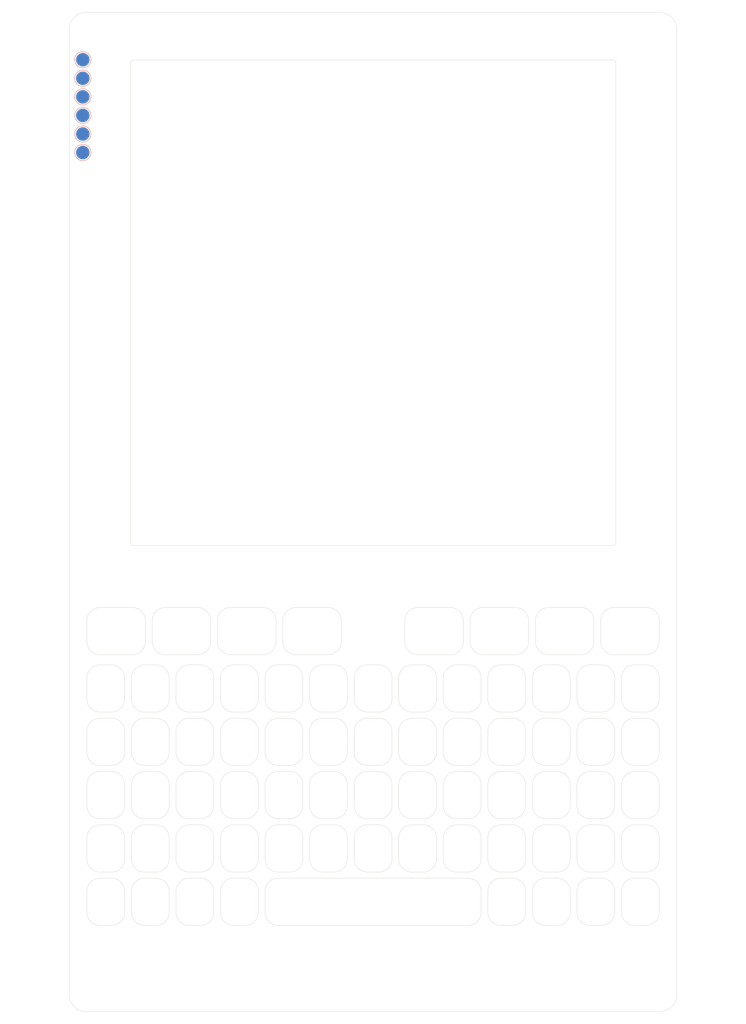
<source format=kicad_pcb>
(kicad_pcb (version 20241229) (generator "pcbnew") (generator_version "9.0")
  (title_block (title "WHY2025 Badge Frontpanel Template") (rev "1.0") (comment 1 "By: Jay9\nWHY2025 Team:Badge") (comment 5 "Licence: MIT"))
  (layers (0 "F.Cu" signal) (4 "In1.Cu" signal) (6 "In2.Cu" signal) (2 "B.Cu" signal) (13 "F.Paste" user) (15 "B.Paste" user) (5 "F.SilkS" user "F.Silkscreen") (7 "B.SilkS" user "B.Silkscreen") (1 "F.Mask" user) (3 "B.Mask" user) (25 "Edge.Cuts" user))
  (net 0 "")
  (net 1 "GND")
  (net 2 "5V")
  (net 3 "3.3V")
  (net 4 "I2C SCL")
  (net 5 "I2C SDA")
  (net 6 "GPIO4")
  (footprint "MountingHole:MountingHole_2.7mm_M2.5_DIN965" (layer "F.Cu") (at 117 30))
  (footprint "MountingHole:MountingHole_2.7mm_M2.5_DIN965" (layer "F.Cu") (at 33 172))
  (footprint "W395HDC001-A:W395HDC001-A" (layer "F.Cu") (at 75 70))
  (footprint "MountingHole:MountingHole_2.7mm_M2.5_DIN965" (layer "F.Cu") (at 117 172))
  (footprint "MountingHole:MountingHole_2.7mm_M2.5_DIN965" (layer "F.Cu") (at 33 30))
  (footprint "frontpanel:6R13C solder.party" (layer "F.Cu") (at 75 138.687278))
  (footprint "TestPoint:TestPoint_Pad_D2.0mm" (layer "B.Cu") (at 32 39.5 180))
  (footprint "TestPoint:TestPoint_Pad_D2.0mm" (layer "B.Cu") (at 32 34 180))
  (footprint "TestPoint:TestPoint_Pad_D2.0mm" (layer "B.Cu") (at 32 36.75 180))
  (footprint "TestPoint:TestPoint_Pad_D2.0mm" (layer "B.Cu") (at 32 45 180))
  (footprint "TestPoint:TestPoint_Pad_D2.0mm" (layer "B.Cu") (at 32 42.25 180))
  (footprint "TestPoint:TestPoint_Pad_D2.0mm" (layer "B.Cu") (at 32 47.75 180))
  (gr_line (start 117.5 27) (end 32.5 27) (stroke (width 0.05)) (layer "Edge.Cuts"))
  (gr_arc (start 32.5 175) (mid 30.732233 174.267767) (end 30 172.5) (stroke (width 0.05)) (layer "Edge.Cuts"))
  (gr_arc (start 30 29.5) (mid 30.732233 27.732233) (end 32.5 27) (stroke (width 0.05)) (layer "Edge.Cuts"))
  (gr_line (start 120 172.5) (end 120 29.5) (stroke (width 0.05)) (layer "Edge.Cuts"))
  (gr_arc (start 120 172.5) (mid 119.267767 174.267767) (end 117.5 175) (stroke (width 0.05)) (layer "Edge.Cuts"))
  (gr_arc (start 117.5 27) (mid 119.267767 27.732233) (end 120 29.5) (stroke (width 0.05)) (layer "Edge.Cuts"))
  (gr_line (start 32.5 175) (end 117.5 175) (stroke (width 0.05)) (layer "Edge.Cuts"))
  (gr_line (start 30 29.5) (end 30 172.5) (stroke (width 0.05)) (layer "Edge.Cuts"))
)
</source>
